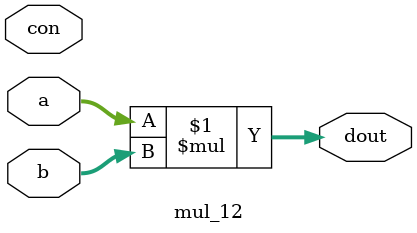
<source format=v>

module mul_12 (
	a, b, dout, con
);
	input [11:0] a, b; // unsigned
	output [23:0] dout; // unsigned
	input con;

	// -> Èµ 12 x 12 = 24 rbgæZ
	assign dout = a * b;

endmodule

</source>
